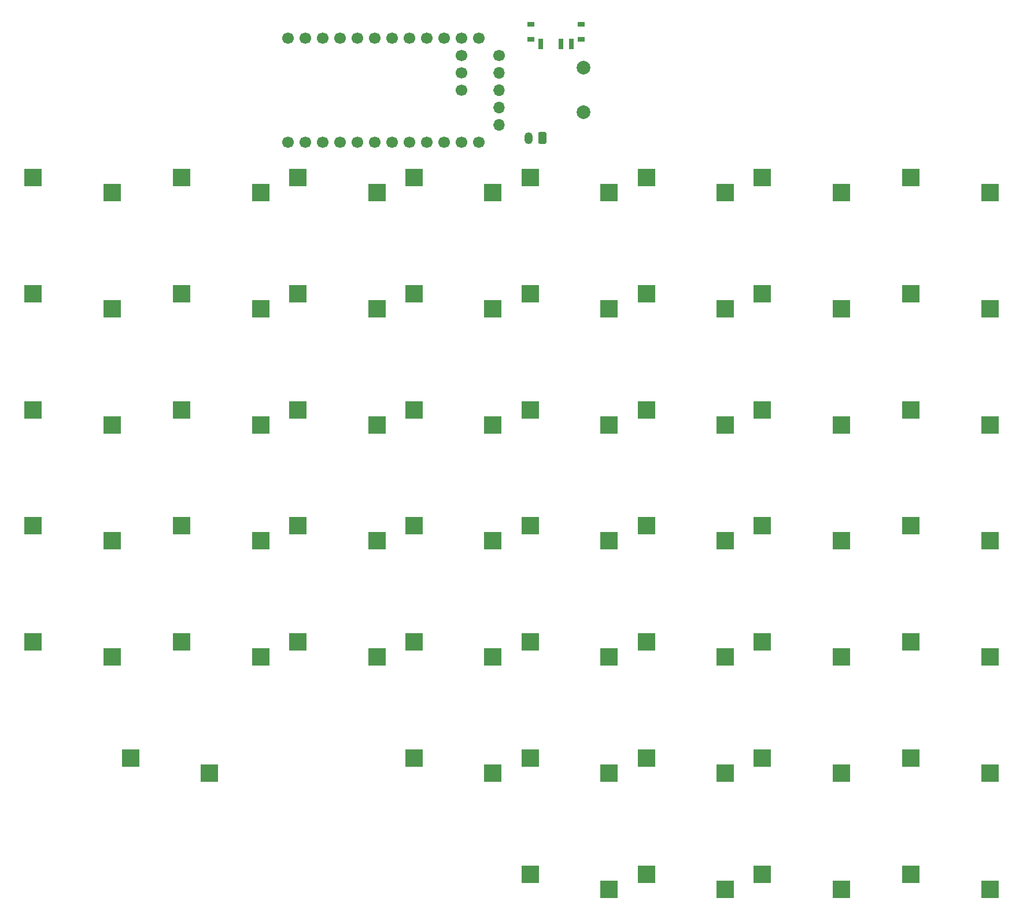
<source format=gbl>
G04 #@! TF.GenerationSoftware,KiCad,Pcbnew,8.0.4+1*
G04 #@! TF.CreationDate,2024-10-01T15:26:09+00:00*
G04 #@! TF.ProjectId,right,72696768-742e-46b6-9963-61645f706362,v0.2*
G04 #@! TF.SameCoordinates,Original*
G04 #@! TF.FileFunction,Copper,L2,Bot*
G04 #@! TF.FilePolarity,Positive*
%FSLAX46Y46*%
G04 Gerber Fmt 4.6, Leading zero omitted, Abs format (unit mm)*
G04 Created by KiCad (PCBNEW 8.0.4+1) date 2024-10-01 15:26:09*
%MOMM*%
%LPD*%
G01*
G04 APERTURE LIST*
G04 #@! TA.AperFunction,ComponentPad*
%ADD10O,1.700000X1.700000*%
G04 #@! TD*
G04 #@! TA.AperFunction,ComponentPad*
%ADD11C,1.700000*%
G04 #@! TD*
G04 #@! TA.AperFunction,ComponentPad*
%ADD12O,1.200000X1.750000*%
G04 #@! TD*
G04 #@! TA.AperFunction,SMDPad,CuDef*
%ADD13R,2.600000X2.600000*%
G04 #@! TD*
G04 #@! TA.AperFunction,ComponentPad*
%ADD14C,2.000000*%
G04 #@! TD*
G04 #@! TA.AperFunction,SMDPad,CuDef*
%ADD15R,1.000000X0.800000*%
G04 #@! TD*
G04 #@! TA.AperFunction,SMDPad,CuDef*
%ADD16R,0.700000X1.500000*%
G04 #@! TD*
G04 APERTURE END LIST*
D10*
X311460000Y-18330000D03*
X311460000Y-15790000D03*
X311460000Y-13250000D03*
X311460000Y-10710000D03*
D11*
X311460000Y-8170000D03*
X280560000Y-5630000D03*
X283100000Y-5630000D03*
X285640000Y-5630000D03*
X288180000Y-5630000D03*
X290720000Y-5630000D03*
X293260000Y-5630000D03*
X295800000Y-5630000D03*
X298340000Y-5630000D03*
X300880000Y-5630000D03*
X303420000Y-5630000D03*
X305960000Y-5630000D03*
X308500000Y-5630000D03*
X308500000Y-20870000D03*
X305960000Y-20870000D03*
X303420000Y-20870000D03*
X300880000Y-20870000D03*
X298340000Y-20870000D03*
X295800000Y-20870000D03*
X293260000Y-20870000D03*
X290720000Y-20870000D03*
X288180000Y-20870000D03*
X285640000Y-20870000D03*
X283100000Y-20870000D03*
X280560000Y-20870000D03*
X305960000Y-8170000D03*
X305960000Y-10710000D03*
X305960000Y-13250000D03*
G04 #@! TA.AperFunction,ComponentPad*
G36*
G01*
X318370000Y-19615000D02*
X318370000Y-20885000D01*
G75*
G02*
X318130000Y-21125000I-240000J0D01*
G01*
X317410000Y-21125000D01*
G75*
G02*
X317170000Y-20885000I0J240000D01*
G01*
X317170000Y-19615000D01*
G75*
G02*
X317410000Y-19375000I240000J0D01*
G01*
X318130000Y-19375000D01*
G75*
G02*
X318370000Y-19615000I0J-240000D01*
G01*
G37*
G04 #@! TD.AperFunction*
D12*
X315770000Y-20250000D03*
D13*
X349975000Y-77050000D03*
X361525000Y-79250000D03*
X332975000Y-43050000D03*
X344525000Y-45250000D03*
X243225000Y-94050000D03*
X254775000Y-96250000D03*
X315975000Y-26050000D03*
X327525000Y-28250000D03*
X243225000Y-60050000D03*
X254775000Y-62250000D03*
X315975000Y-60050000D03*
X327525000Y-62250000D03*
X349975000Y-60050000D03*
X361525000Y-62250000D03*
X332975000Y-60050000D03*
X344525000Y-62250000D03*
X332975000Y-26050000D03*
X344525000Y-28250000D03*
X371725000Y-77050000D03*
X383275000Y-79250000D03*
X281975000Y-60050000D03*
X293525000Y-62250000D03*
X298975000Y-60050000D03*
X310525000Y-62250000D03*
X264975000Y-60050000D03*
X276525000Y-62250000D03*
X349975000Y-26050000D03*
X361525000Y-28250000D03*
X298975000Y-77050000D03*
X310525000Y-79250000D03*
X298975000Y-94050000D03*
X310525000Y-96250000D03*
X371725000Y-94050000D03*
X383275000Y-96250000D03*
X315975000Y-43050000D03*
X327525000Y-45250000D03*
X264975000Y-94050000D03*
X276525000Y-96250000D03*
X264975000Y-77050000D03*
X276525000Y-79250000D03*
X371725000Y-26050000D03*
X383275000Y-28250000D03*
X332975000Y-77050000D03*
X344525000Y-79250000D03*
X371725000Y-60050000D03*
X383275000Y-62250000D03*
X243225000Y-77050000D03*
X254775000Y-79250000D03*
X315975000Y-128050000D03*
X327525000Y-130250000D03*
X332975000Y-128050000D03*
X344525000Y-130250000D03*
D14*
X323770000Y-16500000D03*
X323770000Y-10000000D03*
D13*
X264975000Y-43050000D03*
X276525000Y-45250000D03*
X349975000Y-94050000D03*
X361525000Y-96250000D03*
X243225000Y-43050000D03*
X254775000Y-45250000D03*
X332975000Y-111050000D03*
X344525000Y-113250000D03*
X371725000Y-111050000D03*
X383275000Y-113250000D03*
X315975000Y-94050000D03*
X327525000Y-96250000D03*
X281975000Y-43050000D03*
X293525000Y-45250000D03*
X315975000Y-77050000D03*
X327525000Y-79250000D03*
X332975000Y-94050000D03*
X344525000Y-96250000D03*
X264975000Y-26050000D03*
X276525000Y-28250000D03*
D15*
X316120000Y-5835000D03*
X323420000Y-5835000D03*
X316120000Y-3625000D03*
X323420000Y-3625000D03*
D16*
X317520000Y-6485000D03*
X320520000Y-6485000D03*
X322020000Y-6485000D03*
D13*
X371725000Y-128050000D03*
X383275000Y-130250000D03*
X371725000Y-43050000D03*
X383275000Y-45250000D03*
X257475000Y-111050000D03*
X269025000Y-113250000D03*
X315975000Y-111050000D03*
X327525000Y-113250000D03*
X298975000Y-43050000D03*
X310525000Y-45250000D03*
X281975000Y-26050000D03*
X293525000Y-28250000D03*
X349975000Y-111050000D03*
X361525000Y-113250000D03*
X281975000Y-94050000D03*
X293525000Y-96250000D03*
X298975000Y-111050000D03*
X310525000Y-113250000D03*
X298975000Y-26050000D03*
X310525000Y-28250000D03*
X349975000Y-43050000D03*
X361525000Y-45250000D03*
X243225000Y-26050000D03*
X254775000Y-28250000D03*
X349975000Y-128050000D03*
X361525000Y-130250000D03*
X281975000Y-77050000D03*
X293525000Y-79250000D03*
M02*

</source>
